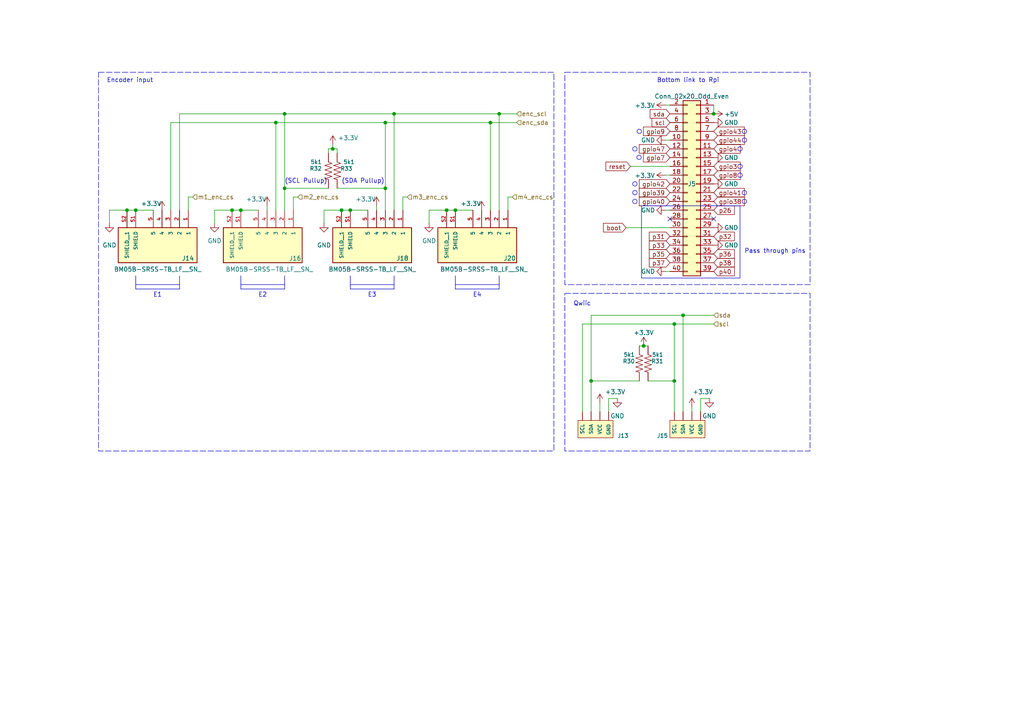
<source format=kicad_sch>
(kicad_sch (version 20231120) (generator "eeschema") (generator_version "8.0")
  (paper "A4")
  (lib_symbols
    (symbol "BM05B-SRSS-TB_LF__SN_:BM05B-SRSS-TB_LF__SN_" (pin_names (offset 1.016))
      (property "Reference" "J" (at -5.08 10.922 0))
      (property "Value" "BM05B-SRSS-TB_LF__SN_" (at -5.08 -15.24 0))
      (symbol "BM05B-SRSS-TB_LF__SN__0_0"
        (rectangle (start -5.08 -12.7) (end 5.08 10.16) (stroke (width 0.254)) (fill (type background)))
        (pin passive line (at -10.16 7.62 0) (length 5.08) (name "1") (number "1"))
        (pin passive line (at -10.16 5.08 0) (length 5.08) (name "2") (number "2"))
        (pin passive line (at -10.16 2.54 0) (length 5.08) (name "3") (number "3"))
        (pin passive line (at -10.16 0 0) (length 5.08) (name "4") (number "4"))
        (pin passive line (at -10.16 -2.54 0) (length 5.08) (name "5") (number "5"))
        (pin passive line (at -10.16 -7.62 0) (length 5.08) (name "SHIELD") (number "S1"))
        (pin passive line (at -10.16 -10.16 0) (length 5.08) (name "SHIELD__1") (number "S2"))
      )
    )
    (symbol "Connector_Generic:Conn_02x20_Odd_Even" (pin_names (offset 1.016) hide)
      (property "Reference" "J" (at 1.27 25.4 0))
      (property "Value" "Conn_02x20_Odd_Even" (at 1.27 -27.94 0))
      (symbol "Conn_02x20_Odd_Even_1_1"
        (rectangle (start -1.27 -25.273) (end 0 -25.527) (stroke (width 0.1524)))
        (rectangle (start -1.27 -22.733) (end 0 -22.987) (stroke (width 0.1524)))
        (rectangle (start -1.27 -20.193) (end 0 -20.447) (stroke (width 0.1524)))
        (rectangle (start -1.27 -17.653) (end 0 -17.907) (stroke (width 0.1524)))
        (rectangle (start -1.27 -15.113) (end 0 -15.367) (stroke (width 0.1524)))
        (rectangle (start -1.27 -12.573) (end 0 -12.827) (stroke (width 0.1524)))
        (rectangle (start -1.27 -10.033) (end 0 -10.287) (stroke (width 0.1524)))
        (rectangle (start -1.27 -7.493) (end 0 -7.747) (stroke (width 0.1524)))
        (rectangle (start -1.27 -4.953) (end 0 -5.207) (stroke (width 0.1524)))
        (rectangle (start -1.27 -2.413) (end 0 -2.667) (stroke (width 0.1524)))
        (rectangle (start -1.27 0.127) (end 0 -0.127) (stroke (width 0.1524)))
        (rectangle (start -1.27 2.667) (end 0 2.413) (stroke (width 0.1524)))
        (rectangle (start -1.27 5.207) (end 0 4.953) (stroke (width 0.1524)))
        (rectangle (start -1.27 7.747) (end 0 7.493) (stroke (width 0.1524)))
        (rectangle (start -1.27 10.287) (end 0 10.033) (stroke (width 0.1524)))
        (rectangle (start -1.27 12.827) (end 0 12.573) (stroke (width 0.1524)))
        (rectangle (start -1.27 15.367) (end 0 15.113) (stroke (width 0.1524)))
        (rectangle (start -1.27 17.907) (end 0 17.653) (stroke (width 0.1524)))
        (rectangle (start -1.27 20.447) (end 0 20.193) (stroke (width 0.1524)))
        (rectangle (start -1.27 22.987) (end 0 22.733) (stroke (width 0.1524)))
        (rectangle (start -1.27 24.13) (end 3.81 -26.67) (stroke (width 0.254)) (fill (type background)))
        (rectangle (start 3.81 -25.273) (end 2.54 -25.527) (stroke (width 0.1524)))
        (rectangle (start 3.81 -22.733) (end 2.54 -22.987) (stroke (width 0.1524)))
        (rectangle (start 3.81 -20.193) (end 2.54 -20.447) (stroke (width 0.1524)))
        (rectangle (start 3.81 -17.653) (end 2.54 -17.907) (stroke (width 0.1524)))
        (rectangle (start 3.81 -15.113) (end 2.54 -15.367) (stroke (width 0.1524)))
        (rectangle (start 3.81 -12.573) (end 2.54 -12.827) (stroke (width 0.1524)))
        (rectangle (start 3.81 -10.033) (end 2.54 -10.287) (stroke (width 0.1524)))
        (rectangle (start 3.81 -7.493) (end 2.54 -7.747) (stroke (width 0.1524)))
        (rectangle (start 3.81 -4.953) (end 2.54 -5.207) (stroke (width 0.1524)))
        (rectangle (start 3.81 -2.413) (end 2.54 -2.667) (stroke (width 0.1524)))
        (rectangle (start 3.81 0.127) (end 2.54 -0.127) (stroke (width 0.1524)))
        (rectangle (start 3.81 2.667) (end 2.54 2.413) (stroke (width 0.1524)))
        (rectangle (start 3.81 5.207) (end 2.54 4.953) (stroke (width 0.1524)))
        (rectangle (start 3.81 7.747) (end 2.54 7.493) (stroke (width 0.1524)))
        (rectangle (start 3.81 10.287) (end 2.54 10.033) (stroke (width 0.1524)))
        (rectangle (start 3.81 12.827) (end 2.54 12.573) (stroke (width 0.1524)))
        (rectangle (start 3.81 15.367) (end 2.54 15.113) (stroke (width 0.1524)))
        (rectangle (start 3.81 17.907) (end 2.54 17.653) (stroke (width 0.1524)))
        (rectangle (start 3.81 20.447) (end 2.54 20.193) (stroke (width 0.1524)))
        (rectangle (start 3.81 22.987) (end 2.54 22.733) (stroke (width 0.1524)))
        (pin passive line (at -5.08 22.86 0) (length 3.81) (name "Pin_1") (number "1"))
        (pin passive line (at 7.62 12.7 180) (length 3.81) (name "Pin_10") (number "10"))
        (pin passive line (at -5.08 10.16 0) (length 3.81) (name "Pin_11") (number "11"))
        (pin passive line (at 7.62 10.16 180) (length 3.81) (name "Pin_12") (number "12"))
        (pin passive line (at -5.08 7.62 0) (length 3.81) (name "Pin_13") (number "13"))
        (pin passive line (at 7.62 7.62 180) (length 3.81) (name "Pin_14") (number "14"))
        (pin passive line (at -5.08 5.08 0) (length 3.81) (name "Pin_15") (number "15"))
        (pin passive line (at 7.62 5.08 180) (length 3.81) (name "Pin_16") (number "16"))
        (pin passive line (at -5.08 2.54 0) (length 3.81) (name "Pin_17") (number "17"))
        (pin passive line (at 7.62 2.54 180) (length 3.81) (name "Pin_18") (number "18"))
        (pin passive line (at -5.08 0 0) (length 3.81) (name "Pin_19") (number "19"))
        (pin passive line (at 7.62 22.86 180) (length 3.81) (name "Pin_2") (number "2"))
        (pin passive line (at 7.62 0 180) (length 3.81) (name "Pin_20") (number "20"))
        (pin passive line (at -5.08 -2.54 0) (length 3.81) (name "Pin_21") (number "21"))
        (pin passive line (at 7.62 -2.54 180) (length 3.81) (name "Pin_22") (number "22"))
        (pin passive line (at -5.08 -5.08 0) (length 3.81) (name "Pin_23") (number "23"))
        (pin passive line (at 7.62 -5.08 180) (length 3.81) (name "Pin_24") (number "24"))
        (pin passive line (at -5.08 -7.62 0) (length 3.81) (name "Pin_25") (number "25"))
        (pin passive line (at 7.62 -7.62 180) (length 3.81) (name "Pin_26") (number "26"))
        (pin passive line (at -5.08 -10.16 0) (length 3.81) (name "Pin_27") (number "27"))
        (pin passive line (at 7.62 -10.16 180) (length 3.81) (name "Pin_28") (number "28"))
        (pin passive line (at -5.08 -12.7 0) (length 3.81) (name "Pin_29") (number "29"))
        (pin passive line (at -5.08 20.32 0) (length 3.81) (name "Pin_3") (number "3"))
        (pin passive line (at 7.62 -12.7 180) (length 3.81) (name "Pin_30") (number "30"))
        (pin passive line (at -5.08 -15.24 0) (length 3.81) (name "Pin_31") (number "31"))
        (pin passive line (at 7.62 -15.24 180) (length 3.81) (name "Pin_32") (number "32"))
        (pin passive line (at -5.08 -17.78 0) (length 3.81) (name "Pin_33") (number "33"))
        (pin passive line (at 7.62 -17.78 180) (length 3.81) (name "Pin_34") (number "34"))
        (pin passive line (at -5.08 -20.32 0) (length 3.81) (name "Pin_35") (number "35"))
        (pin passive line (at 7.62 -20.32 180) (length 3.81) (name "Pin_36") (number "36"))
        (pin passive line (at -5.08 -22.86 0) (length 3.81) (name "Pin_37") (number "37"))
        (pin passive line (at 7.62 -22.86 180) (length 3.81) (name "Pin_38") (number "38"))
        (pin passive line (at -5.08 -25.4 0) (length 3.81) (name "Pin_39") (number "39"))
        (pin passive line (at 7.62 20.32 180) (length 3.81) (name "Pin_4") (number "4"))
        (pin passive line (at 7.62 -25.4 180) (length 3.81) (name "Pin_40") (number "40"))
        (pin passive line (at -5.08 17.78 0) (length 3.81) (name "Pin_5") (number "5"))
        (pin passive line (at 7.62 17.78 180) (length 3.81) (name "Pin_6") (number "6"))
        (pin passive line (at -5.08 15.24 0) (length 3.81) (name "Pin_7") (number "7"))
        (pin passive line (at 7.62 15.24 180) (length 3.81) (name "Pin_8") (number "8"))
        (pin passive line (at -5.08 12.7 0) (length 3.81) (name "Pin_9") (number "9"))
      )
    )
    (symbol "power:+3.3V" (power) (pin_names (offset 0))
      (property "Value" "+3.3V" (at 0 3.556 0))
      (symbol "+3.3V_0_1"
        (polyline (pts (xy -0.762 1.27) (xy 0 2.54)))
        (polyline (pts (xy 0 0) (xy 0 2.54)))
        (polyline (pts (xy 0 2.54) (xy 0.762 1.27)))
      )
      (symbol "+3.3V_1_1"
        (pin power_in line (at 0 0 90) (length 0) hide (name "+3.3V") (number "1"))
      )
    )
    (symbol "power:+5V" (power) (pin_names (offset 0))
      (property "Value" "+5V" (at 0 3.556 0))
      (symbol "+5V_0_1"
        (polyline (pts (xy -0.762 1.27) (xy 0 2.54)))
        (polyline (pts (xy 0 0) (xy 0 2.54)))
        (polyline (pts (xy 0 2.54) (xy 0.762 1.27)))
      )
      (symbol "+5V_1_1"
        (pin power_in line (at 0 0 90) (length 0) hide (name "+5V") (number "1"))
      )
    )
    (symbol "power:GND" (power) (pin_names (offset 0))
      (property "Value" "GND" (at 0 -3.81 0))
      (symbol "GND_0_1"
        (polyline (pts (xy 0 0) (xy 0 -1.27) (xy 1.27 -1.27) (xy 0 -2.54) (xy -1.27 -1.27) (xy 0 -1.27)))
      )
      (symbol "GND_1_1"
        (pin power_in line (at 0 0 270) (length 0) hide (name "GND") (number "1"))
      )
    )
    (symbol "sparkfun_connectors:I2C_STANDARDQWIIC" (pin_numbers hide) (pin_names (offset 1.016))
      (property "Reference" "J" (at -5.08 10.16 0))
      (property "Value" "I2C_STANDARDQWIIC" (at -5.08 -3.81 0))
      (property "Field4" "CONN-13729" (at 0 13.97 0))
      (symbol "I2C_STANDARDQWIIC_1_0"
        (rectangle (start 0 -1.27) (end -5.08 8.89) (fill (type background)))
      )
      (symbol "I2C_STANDARDQWIIC_1_1"
        (pin power_in line (at 2.54 0 180) (length 2.54) (name "GND") (number "1"))
        (pin power_in line (at 2.54 2.54 180) (length 2.54) (name "VCC") (number "2"))
        (pin passive line (at 2.54 5.08 180) (length 2.54) (name "SDA") (number "3"))
        (pin passive line (at 2.54 7.62 180) (length 2.54) (name "SCL") (number "4"))
      )
    )
    (symbol "sparkfun_resistors:RESISTOR0603" (pin_numbers hide) (pin_names (offset 1.016) hide)
      (property "Reference" "R" (at -5.08 1.27 0))
      (property "Value" "RESISTOR0603" (at -5.08 -3.81 0))
      (property "Field4" " " (at 0 5.08 0))
      (symbol "RESISTOR0603_1_0"
        (polyline (pts (xy -2.54 0) (xy -2.159 1.016)))
        (polyline (pts (xy -2.159 1.016) (xy -1.524 -1.016)))
        (polyline (pts (xy -1.524 -1.016) (xy -0.889 1.016)))
        (polyline (pts (xy -0.889 1.016) (xy -0.254 -1.016)))
        (polyline (pts (xy -0.254 -1.016) (xy 0.381 1.016)))
        (polyline (pts (xy 0.381 1.016) (xy 1.016 -1.016)))
        (polyline (pts (xy 1.016 -1.016) (xy 1.651 1.016)))
        (polyline (pts (xy 1.651 1.016) (xy 2.286 -1.016)))
        (polyline (pts (xy 2.286 -1.016) (xy 2.54 0)))
      )
      (symbol "RESISTOR0603_1_1"
        (pin passive line (at -5.08 0 0) (length 2.54) (name "1") (number "1"))
        (pin passive line (at 5.08 0 180) (length 2.54) (name "2") (number "2"))
      )
    )
  )
  (junction (at 195.58 93.98))
  (junction (at 101.6 60.96))
  (junction (at 82.55 54.61))
  (junction (at 111.76 54.61))
  (junction (at 195.58 110.49))
  (junction (at 36.83 60.96))
  (junction (at 132.08 60.96))
  (junction (at 82.55 33.02))
  (junction (at 207.01 33.02))
  (junction (at 186.69 100.33))
  (junction (at 111.76 35.56))
  (junction (at 129.54 60.96))
  (junction (at 144.78 33.02))
  (junction (at 80.01 35.56))
  (junction (at 67.31 60.96))
  (junction (at 142.24 35.56))
  (junction (at 198.12 91.44))
  (junction (at 99.06 60.96))
  (junction (at 114.3 33.02))
  (junction (at 171.45 110.49))
  (junction (at 39.37 60.96))
  (junction (at 96.52 43.18))
  (junction (at 69.85 60.96))
  (no_connect (at 207.01 63.5))
  (no_connect (at 194.31 63.5))
  (wire (pts (xy 62.23 60.96) (xy 62.23 64.77)))
  (polyline (pts (xy 69.85 83.82) (xy 82.55 83.82)))
  (wire (pts (xy 114.3 33.02) (xy 114.3 60.96)))
  (wire (pts (xy 144.78 33.02) (xy 144.78 60.96)))
  (wire (pts (xy 149.86 35.56) (xy 142.24 35.56)))
  (wire (pts (xy 195.58 93.98) (xy 207.01 93.98)))
  (wire (pts (xy 80.01 35.56) (xy 80.01 60.96)))
  (polyline (pts (xy 101.6 80.01) (xy 101.6 83.82)))
  (wire (pts (xy 74.93 60.96) (xy 69.85 60.96)))
  (polyline (pts (xy 144.78 80.01) (xy 144.78 83.82)))
  (wire (pts (xy 85.09 57.15) (xy 85.09 60.96)))
  (wire (pts (xy 111.76 54.61) (xy 111.76 60.96)))
  (wire (pts (xy 193.04 40.64) (xy 194.31 40.64)))
  (wire (pts (xy 52.07 33.02) (xy 82.55 33.02)))
  (wire (pts (xy 97.79 43.18) (xy 97.79 44.45)))
  (wire (pts (xy 147.32 57.15) (xy 147.32 60.96)))
  (wire (pts (xy 86.36 57.15) (xy 85.09 57.15)))
  (polyline (pts (xy 101.6 82.55) (xy 114.3 82.55)))
  (wire (pts (xy 96.52 43.18) (xy 97.79 43.18)))
  (polyline (pts (xy 39.37 80.01) (xy 39.37 83.82)))
  (wire (pts (xy 198.12 91.44) (xy 207.01 91.44)))
  (wire (pts (xy 194.31 78.74) (xy 193.04 78.74)))
  (wire (pts (xy 49.53 35.56) (xy 80.01 35.56)))
  (polyline (pts (xy 132.08 82.55) (xy 144.78 82.55)))
  (wire (pts (xy 101.6 60.96) (xy 106.68 60.96)))
  (polyline (pts (xy 132.08 83.82) (xy 144.78 83.82)))
  (polyline (pts (xy 39.37 82.55) (xy 52.07 82.55)))
  (wire (pts (xy 55.88 57.15) (xy 54.61 57.15)))
  (polyline (pts (xy 101.6 83.82) (xy 114.3 83.82)))
  (wire (pts (xy 93.98 60.96) (xy 93.98 64.77)))
  (wire (pts (xy 111.76 35.56) (xy 142.24 35.56)))
  (wire (pts (xy 137.16 60.96) (xy 132.08 60.96)))
  (wire (pts (xy 36.83 60.96) (xy 39.37 60.96)))
  (wire (pts (xy 31.75 60.96) (xy 31.75 64.77)))
  (wire (pts (xy 168.91 93.98) (xy 168.91 119.38)))
  (wire (pts (xy 132.08 60.96) (xy 129.54 60.96)))
  (wire (pts (xy 82.55 33.02) (xy 114.3 33.02)))
  (wire (pts (xy 200.66 118.11) (xy 200.66 119.38)))
  (wire (pts (xy 93.98 60.96) (xy 99.06 60.96)))
  (wire (pts (xy 203.2 119.38) (xy 203.2 115.57)))
  (wire (pts (xy 168.91 93.98) (xy 195.58 93.98)))
  (wire (pts (xy 173.99 116.84) (xy 173.99 119.38)))
  (wire (pts (xy 179.07 115.57) (xy 176.53 115.57)))
  (wire (pts (xy 207.01 30.48) (xy 207.01 33.02)))
  (polyline (pts (xy 39.37 83.82) (xy 52.07 83.82)))
  (wire (pts (xy 69.85 60.96) (xy 67.31 60.96)))
  (wire (pts (xy 95.25 43.18) (xy 95.25 44.45)))
  (wire (pts (xy 49.53 35.56) (xy 49.53 60.96)))
  (wire (pts (xy 203.2 115.57) (xy 205.74 115.57)))
  (wire (pts (xy 52.07 33.02) (xy 52.07 60.96)))
  (polyline (pts (xy 52.07 80.01) (xy 52.07 83.82)))
  (wire (pts (xy 99.06 60.96) (xy 101.6 60.96)))
  (wire (pts (xy 54.61 57.15) (xy 54.61 60.96)))
  (wire (pts (xy 185.42 100.33) (xy 186.69 100.33)))
  (wire (pts (xy 148.59 57.15) (xy 147.32 57.15)))
  (wire (pts (xy 142.24 35.56) (xy 142.24 60.96)))
  (wire (pts (xy 129.54 60.96) (xy 124.46 60.96)))
  (wire (pts (xy 171.45 91.44) (xy 198.12 91.44)))
  (wire (pts (xy 144.78 33.02) (xy 114.3 33.02)))
  (wire (pts (xy 111.76 35.56) (xy 111.76 54.61)))
  (wire (pts (xy 39.37 60.96) (xy 44.45 60.96)))
  (wire (pts (xy 118.11 57.15) (xy 116.84 57.15)))
  (wire (pts (xy 80.01 35.56) (xy 111.76 35.56)))
  (wire (pts (xy 77.47 59.69) (xy 77.47 60.96)))
  (wire (pts (xy 194.31 60.96) (xy 193.04 60.96)))
  (wire (pts (xy 31.75 60.96) (xy 36.83 60.96)))
  (wire (pts (xy 95.25 43.18) (xy 96.52 43.18)))
  (wire (pts (xy 109.22 59.69) (xy 109.22 60.96)))
  (wire (pts (xy 82.55 54.61) (xy 82.55 60.96)))
  (polyline (pts (xy 69.85 82.55) (xy 82.55 82.55)))
  (wire (pts (xy 149.86 33.02) (xy 144.78 33.02)))
  (wire (pts (xy 186.69 100.33) (xy 187.96 100.33)))
  (wire (pts (xy 124.46 60.96) (xy 124.46 64.77)))
  (wire (pts (xy 193.04 30.48) (xy 194.31 30.48)))
  (wire (pts (xy 193.04 50.8) (xy 194.31 50.8)))
  (polyline (pts (xy 69.85 80.01) (xy 69.85 83.82)))
  (polyline (pts (xy 132.08 80.01) (xy 132.08 83.82)))
  (polyline (pts (xy 82.55 80.01) (xy 82.55 83.82)))
  (wire (pts (xy 171.45 110.49) (xy 171.45 91.44)))
  (wire (pts (xy 116.84 57.15) (xy 116.84 60.96)))
  (wire (pts (xy 176.53 115.57) (xy 176.53 119.38)))
  (wire (pts (xy 67.31 60.96) (xy 62.23 60.96)))
  (wire (pts (xy 182.88 48.26) (xy 194.31 48.26)))
  (wire (pts (xy 95.25 54.61) (xy 82.55 54.61)))
  (wire (pts (xy 97.79 54.61) (xy 111.76 54.61)))
  (wire (pts (xy 195.58 110.49) (xy 195.58 119.38)))
  (wire (pts (xy 82.55 33.02) (xy 82.55 54.61)))
  (wire (pts (xy 171.45 110.49) (xy 185.42 110.49)))
  (wire (pts (xy 96.52 43.18) (xy 96.52 41.91)))
  (wire (pts (xy 187.96 110.49) (xy 195.58 110.49)))
  (wire (pts (xy 181.61 66.04) (xy 194.31 66.04)))
  (wire (pts (xy 171.45 119.38) (xy 171.45 110.49)))
  (wire (pts (xy 198.12 91.44) (xy 198.12 119.38)))
  (wire (pts (xy 195.58 93.98) (xy 195.58 110.49)))
  (polyline (pts (xy 114.3 80.01) (xy 114.3 83.82)))
  (circle (center 215.9 55.88) (radius 0.635))
  (circle (center 214.63 48.26) (radius 0.635))
  (circle (center 184.15 53.34) (radius 0.635))
  (rectangle (start 28.575 20.955) (end 160.655 130.81) (stroke (width 0) (type dash)))
  (circle (center 215.9 38.1) (radius 0.635))
  (rectangle (start 163.83 20.955) (end 234.95 82.55) (stroke (width 0) (type dash)))
  (circle (center 214.63 43.18) (radius 0.635))
  (circle (center 185.3508 45.6345) (radius 0.635))
  (circle (center 215.9 58.42) (radius 0.635))
  (rectangle (start 163.83 85.09) (end 234.95 130.81) (stroke (width 0) (type dash)))
  (circle (center 185.42 38.1) (radius 0.635))
  (circle (center 184.15 58.42) (radius 0.635))
  (circle (center 215.9 40.64) (radius 0.635))
  (circle (center 184.15 55.88) (radius 0.635))
  (circle (center 214.63 50.8) (radius 0.635))
  (rectangle (start 186.055 59.69) (end 214.63 80.645))
  (circle (center 184.15 43.18) (radius 0.635))
  (text "Qwiic" (at 171.45 88.9 0) (effects (font (size 1.27 1.27)) (justify right bottom)))
  (text "E2" (at 77.47 86.36 0) (effects (font (size 1.27 1.27)) (justify right bottom)))
  (text "E3" (at 109.22 86.36 0) (effects (font (size 1.27 1.27)) (justify right bottom)))
  (text "Bottom link to Rpi" (at 190.5 24.13 0) (effects (font (size 1.27 1.27)) (justify left bottom)))
  (text "E4" (at 139.7 86.36 0) (effects (font (size 1.27 1.27)) (justify right bottom)))
  (text "Encoder input" (at 44.45 24.13 0) (effects (font (size 1.27 1.27)) (justify right bottom)))
  (text "(SCL Pullup)" (at 82.55 53.34 0) (effects (font (size 1.27 1.27)) (justify left bottom)))
  (text "Pass through pins" (at 215.9 73.66 0) (effects (font (size 1.27 1.27)) (justify left bottom)))
  (text "(SDA Pullup)" (at 99.06 53.34 0) (effects (font (size 1.27 1.27)) (justify left bottom)))
  (text "E1" (at 46.99 86.36 0) (effects (font (size 1.27 1.27)) (justify right bottom)))
  (global_label "p32" (shape input) (at 207.01 68.58 0) (property "Intersheetrefs" "${INTERSHEET_REFS}" (effects (hide yes))))
  (global_label "gpio7" (shape input) (at 194.31 45.72 180) (property "Intersheetrefs" "${INTERSHEET_REFS}" (effects (hide yes))))
  (global_label "sda" (shape input) (at 194.31 33.02 180) (property "Intersheetrefs" "${INTERSHEET_REFS}" (effects (hide yes))))
  (global_label "gpio42" (shape input) (at 194.31 53.34 180) (property "Intersheetrefs" "${INTERSHEET_REFS}" (effects (hide yes))))
  (global_label "gpio40" (shape input) (at 194.31 58.42 180) (property "Intersheetrefs" "${INTERSHEET_REFS}" (effects (hide yes))))
  (global_label "gpio41" (shape input) (at 207.01 55.88 0) (property "Intersheetrefs" "${INTERSHEET_REFS}" (effects (hide yes))))
  (global_label "p31" (shape input) (at 194.31 68.58 180) (property "Intersheetrefs" "${INTERSHEET_REFS}" (effects (hide yes))))
  (global_label "p40" (shape input) (at 207.01 78.74 0) (property "Intersheetrefs" "${INTERSHEET_REFS}" (effects (hide yes))))
  (global_label "gpio8" (shape input) (at 207.01 50.8 0) (property "Intersheetrefs" "${INTERSHEET_REFS}" (effects (hide yes))))
  (global_label "gpio44" (shape input) (at 207.01 40.64 0) (property "Intersheetrefs" "${INTERSHEET_REFS}" (effects (hide yes))))
  (global_label "gpio47" (shape input) (at 194.31 43.18 180) (property "Intersheetrefs" "${INTERSHEET_REFS}" (effects (hide yes))))
  (global_label "gpio38" (shape input) (at 207.01 58.42 0) (property "Intersheetrefs" "${INTERSHEET_REFS}" (effects (hide yes))))
  (global_label "p36" (shape input) (at 207.01 73.66 0) (property "Intersheetrefs" "${INTERSHEET_REFS}" (effects (hide yes))))
  (global_label "scl" (shape input) (at 194.31 35.56 180) (property "Intersheetrefs" "${INTERSHEET_REFS}" (effects (hide yes))))
  (global_label "p33" (shape input) (at 194.31 71.12 180) (property "Intersheetrefs" "${INTERSHEET_REFS}" (effects (hide yes))))
  (global_label "reset" (shape input) (at 182.88 48.26 180) (property "Intersheetrefs" "${INTERSHEET_REFS}" (effects (hide yes))))
  (global_label "gpio3" (shape input) (at 207.01 48.26 0) (property "Intersheetrefs" "${INTERSHEET_REFS}" (effects (hide yes))))
  (global_label "boot" (shape input) (at 181.61 66.04 180) (property "Intersheetrefs" "${INTERSHEET_REFS}" (effects (hide yes))))
  (global_label "p35" (shape input) (at 194.31 73.66 180) (property "Intersheetrefs" "${INTERSHEET_REFS}" (effects (hide yes))))
  (global_label "gpio4" (shape input) (at 207.01 43.18 0) (property "Intersheetrefs" "${INTERSHEET_REFS}" (effects (hide yes))))
  (global_label "p38" (shape input) (at 207.01 76.2 0) (property "Intersheetrefs" "${INTERSHEET_REFS}" (effects (hide yes))))
  (global_label "gpio43" (shape input) (at 207.01 38.1 0) (property "Intersheetrefs" "${INTERSHEET_REFS}" (effects (hide yes))))
  (global_label "p37" (shape input) (at 194.31 76.2 180) (property "Intersheetrefs" "${INTERSHEET_REFS}" (effects (hide yes))))
  (global_label "gpio39" (shape input) (at 194.31 55.88 180) (property "Intersheetrefs" "${INTERSHEET_REFS}" (effects (hide yes))))
  (global_label "gpio9" (shape input) (at 194.31 38.1 180) (property "Intersheetrefs" "${INTERSHEET_REFS}" (effects (hide yes))))
  (global_label "p26" (shape input) (at 207.01 60.96 0) (property "Intersheetrefs" "${INTERSHEET_REFS}" (effects (hide yes))))
  (hierarchical_label "scl" (shape input) (at 207.01 93.98 0))
  (hierarchical_label "m2_enc_cs" (shape input) (at 86.36 57.15 0))
  (hierarchical_label "m1_enc_cs" (shape input) (at 55.88 57.15 0))
  (hierarchical_label "enc_sda" (shape input) (at 149.86 35.56 0))
  (hierarchical_label "m4_enc_cs" (shape input) (at 148.59 57.15 0))
  (hierarchical_label "enc_scl" (shape input) (at 149.86 33.02 0))
  (hierarchical_label "sda" (shape input) (at 207.01 91.44 0))
  (hierarchical_label "m3_enc_cs" (shape input) (at 118.11 57.15 0))
  (symbol (lib_id "power:+3.3V") (at 173.99 116.84 0) (unit 1)
    (property "Reference" "#PWR078" (effects (hide yes)))
    (property "Value" "+3.3V" (at 178.435 113.665 0))
  )
  (symbol (lib_id "BM05B-SRSS-TB_LF__SN_:BM05B-SRSS-TB_LF__SN_") (at 109.22 71.12 270) (unit 1)
    (property "Reference" "J18" (at 114.935 74.93 90) (effects (justify left)))
    (property "Value" "BM05B-SRSS-TB_LF__SN_" (at 95.25 78.105 90) (effects (justify left)))
    (property "Footprint" "SnapEDA Library:JST_BM05B-SRSS-TB_LF__SN_" (effects (hide yes)))
    (property "Datasheet" "https://www.lcsc.com/product-detail/Wire-To-Board-Connector_JST-BM05B-SRSS-TBT-LF-SN_C265092.html" (effects (hide yes)))
    (property "PARTREV" "N/A" (effects (hide yes)))
    (property "SNAPEDA_PN" "BM05B-SRSS-TB(LF)(SN)" (effects (hide yes)))
    (property "STANDARD" "Manufacturer Recommendations" (effects (hide yes)))
    (property "MAXIMUM_PACKAGE_HEIGHT" "6.3 mm" (effects (hide yes)))
    (property "MANUFACTURER" "JST Sales America Inc." (effects (hide yes)))
    (property "LCSC_Part_Number" "C265092" (effects (hide yes)))
  )
  (symbol (lib_id "power:+3.3V") (at 186.69 100.33 0) (unit 1)
    (property "Reference" "#PWR081" (effects (hide yes)))
    (property "Value" "+3.3V" (at 186.69 96.52 0))
  )
  (symbol (lib_id "BM05B-SRSS-TB_LF__SN_:BM05B-SRSS-TB_LF__SN_") (at 77.47 71.12 270) (unit 1)
    (property "Reference" "J16" (at 83.82 74.93 90) (effects (justify left)))
    (property "Value" "BM05B-SRSS-TB_LF__SN_" (at 65.405 78.105 90) (effects (justify left)))
    (property "Footprint" "SnapEDA Library:JST_BM05B-SRSS-TB_LF__SN_" (effects (hide yes)))
    (property "Datasheet" "https://www.lcsc.com/product-detail/Wire-To-Board-Connector_JST-BM05B-SRSS-TBT-LF-SN_C265092.html" (effects (hide yes)))
    (property "PARTREV" "N/A" (effects (hide yes)))
    (property "SNAPEDA_PN" "BM05B-SRSS-TB(LF)(SN)" (effects (hide yes)))
    (property "STANDARD" "Manufacturer Recommendations" (effects (hide yes)))
    (property "MAXIMUM_PACKAGE_HEIGHT" "6.3 mm" (effects (hide yes)))
    (property "MANUFACTURER" "JST Sales America Inc." (effects (hide yes)))
    (property "LCSC_Part_Number" "C265092" (effects (hide yes)))
  )
  (symbol (lib_id "power:+3.3V") (at 193.04 30.48 90) (unit 1)
    (property "Reference" "#PWR0108" (effects (hide yes)))
    (property "Value" "+3.3V" (at 189.9839 30.608 90) (effects (justify left)))
  )
  (symbol (lib_id "power:GND") (at 207.01 35.56 90) (unit 1)
    (property "Reference" "#PWR0124" (effects (hide yes)))
    (property "Value" "GND" (at 212.09 35.56 90))
  )
  (symbol (lib_id "power:+3.3V") (at 109.22 59.69 0) (unit 1)
    (property "Reference" "#PWR091" (effects (hide yes)))
    (property "Value" "+3.3V" (at 106.045 57.785 0))
  )
  (symbol (lib_id "power:GND") (at 193.04 40.64 270) (unit 1)
    (property "Reference" "#PWR0111" (effects (hide yes)))
    (property "Value" "GND" (at 187.96 40.64 90))
  )
  (symbol (lib_id "BM05B-SRSS-TB_LF__SN_:BM05B-SRSS-TB_LF__SN_") (at 46.99 71.12 270) (unit 1)
    (property "Reference" "J14" (at 52.705 74.93 90) (effects (justify left)))
    (property "Value" "BM05B-SRSS-TB_LF__SN_" (at 33.02 78.105 90) (effects (justify left)))
    (property "Footprint" "SnapEDA Library:JST_BM05B-SRSS-TB_LF__SN_" (effects (hide yes)))
    (property "Datasheet" "https://www.lcsc.com/product-detail/Wire-To-Board-Connector_JST-BM05B-SRSS-TBT-LF-SN_C265092.html" (effects (hide yes)))
    (property "PARTREV" "N/A" (effects (hide yes)))
    (property "SNAPEDA_PN" "BM05B-SRSS-TB(LF)(SN)" (effects (hide yes)))
    (property "STANDARD" "Manufacturer Recommendations" (effects (hide yes)))
    (property "MAXIMUM_PACKAGE_HEIGHT" "6.3 mm" (effects (hide yes)))
    (property "MANUFACTURER" "JST Sales America Inc." (effects (hide yes)))
    (property "LCSC_Part_Number" "C265092" (effects (hide yes)))
  )
  (symbol (lib_id "sparkfun_resistors:RESISTOR0603") (at 95.25 49.53 270) (unit 1)
    (property "Reference" "R32" (at 93.345 48.895 90) (effects (font (size 1.143 1.143)) (justify right)))
    (property "Value" "5k1" (at 93.345 46.99 90) (effects (font (size 1.143 1.143)) (justify right)))
    (property "Footprint" "Resistor_SMD:R_0402_1005Metric" (effects (hide yes)))
    (property "Datasheet" "https://www.lcsc.com/product-detail/Chip-Resistor-Surface-Mount_Viking-Tech-CR-02FL6-5K1_C409700.html" (effects (hide yes)))
    (property "Field4" " " (at 95.885 50.165 90) (effects (font (size 1.524 1.524)) (justify right)))
    (property "LCSC_Part_Number" "C409700" (effects (hide yes)))
  )
  (symbol (lib_id "power:GND") (at 207.01 66.04 90) (unit 1)
    (property "Reference" "#PWR0127" (effects (hide yes)))
    (property "Value" "GND" (at 212.09 66.04 90))
  )
  (symbol (lib_id "power:GND") (at 93.98 64.77 0) (unit 1)
    (property "Reference" "#PWR088" (effects (hide yes)))
    (property "Value" "GND" (at 93.98 71.12 0))
  )
  (symbol (lib_id "power:GND") (at 193.04 78.74 270) (mirror x) (unit 1)
    (property "Reference" "#PWR0117" (effects (hide yes)))
    (property "Value" "GND" (at 187.96 78.74 90))
  )
  (symbol (lib_id "sparkfun_connectors:I2C_STANDARDQWIIC") (at 176.53 121.92 90) (unit 1)
    (property "Reference" "J13" (at 179.07 126.365 90) (effects (font (size 1.143 1.143)) (justify right)))
    (property "Value" "I2C_STANDARDQWIIC" (effects (hide yes)))
    (property "Footprint" "Connector_JST:JST_SH_BM04B-SRSS-TB_1x04-1MP_P1.00mm_Vertical" (effects (hide yes)))
    (property "Datasheet" "https://www.lcsc.com/product-detail/Wire-To-Board-Connector_JST-SM04B-SRSS-TB-LF-SN_C160404.html" (effects (hide yes)))
    (property "Field4" "CONN-13729" (effects (hide yes)))
    (property "LCSC_Part_Number" "C160404" (effects (hide yes)))
  )
  (symbol (lib_id "power:GND") (at 207.01 45.72 90) (unit 1)
    (property "Reference" "#PWR0125" (effects (hide yes)))
    (property "Value" "GND" (at 212.09 45.72 90))
  )
  (symbol (lib_id "power:GND") (at 31.75 64.77 0) (unit 1)
    (property "Reference" "#PWR077" (effects (hide yes)))
    (property "Value" "GND" (at 31.75 71.12 0))
  )
  (symbol (lib_id "sparkfun_resistors:RESISTOR0603") (at 187.96 105.41 270) (unit 1)
    (property "Reference" "R31" (at 192.405 104.775 90) (effects (font (size 1.143 1.143)) (justify right)))
    (property "Value" "5k1" (at 192.405 102.87 90) (effects (font (size 1.143 1.143)) (justify right)))
    (property "Footprint" "Resistor_SMD:R_0402_1005Metric" (effects (hide yes)))
    (property "Datasheet" "https://www.lcsc.com/product-detail/Chip-Resistor-Surface-Mount_Viking-Tech-CR-02FL6-5K1_C409700.html" (effects (hide yes)))
    (property "Field4" " " (at 185.42 102.235 90) (effects (font (size 1.524 1.524)) (justify right)))
    (property "LCSC_Part_Number" "C409700" (effects (hide yes)))
  )
  (symbol (lib_id "power:GND") (at 207.01 71.12 90) (unit 1)
    (property "Reference" "#PWR0128" (effects (hide yes)))
    (property "Value" "GND" (at 212.09 71.12 90))
  )
  (symbol (lib_id "power:+3.3V") (at 77.47 59.69 0) (unit 1)
    (property "Reference" "#PWR085" (effects (hide yes)))
    (property "Value" "+3.3V" (at 74.295 57.785 0))
  )
  (symbol (lib_id "power:GND") (at 179.07 115.57 0) (unit 1)
    (property "Reference" "#PWR079" (effects (hide yes)))
    (property "Value" "GND" (at 179.07 120.65 0))
  )
  (symbol (lib_id "sparkfun_connectors:I2C_STANDARDQWIIC") (at 203.2 121.92 90) (unit 1)
    (property "Reference" "J15" (at 190.5 126.365 90) (effects (font (size 1.143 1.143)) (justify right)))
    (property "Value" "I2C_STANDARDQWIIC" (effects (hide yes)))
    (property "Footprint" "Connector_JST:JST_SH_BM04B-SRSS-TB_1x04-1MP_P1.00mm_Vertical" (effects (hide yes)))
    (property "Datasheet" "https://www.lcsc.com/product-detail/Wire-To-Board-Connector_JST-SM04B-SRSS-TB-LF-SN_C160404.html" (effects (hide yes)))
    (property "Field4" "CONN-13729" (effects (hide yes)))
    (property "LCSC_Part_Number" "C160404" (effects (hide yes)))
  )
  (symbol (lib_id "power:+5V") (at 207.01 33.02 270) (unit 1)
    (property "Reference" "#PWR0123" (effects (hide yes)))
    (property "Value" "+5V" (at 210.0661 33.1373 90) (effects (justify left)))
  )
  (symbol (lib_id "power:+3.3V") (at 193.04 50.8 90) (unit 1)
    (property "Reference" "#PWR0113" (effects (hide yes)))
    (property "Value" "+3.3V" (at 189.9839 50.928 90) (effects (justify left)))
  )
  (symbol (lib_id "power:GND") (at 193.04 60.96 270) (mirror x) (unit 1)
    (property "Reference" "#PWR0114" (effects (hide yes)))
    (property "Value" "GND" (at 187.96 60.96 90))
  )
  (symbol (lib_id "power:GND") (at 205.74 115.57 0) (unit 1)
    (property "Reference" "#PWR084" (effects (hide yes)))
    (property "Value" "GND" (at 205.74 120.65 0))
  )
  (symbol (lib_id "sparkfun_resistors:RESISTOR0603") (at 185.42 105.41 270) (unit 1)
    (property "Reference" "R30" (at 184.15 104.775 90) (effects (font (size 1.143 1.143)) (justify right)))
    (property "Value" "5k1" (at 184.15 102.87 90) (effects (font (size 1.143 1.143)) (justify right)))
    (property "Footprint" "Resistor_SMD:R_0402_1005Metric" (effects (hide yes)))
    (property "Datasheet" "https://www.lcsc.com/product-detail/Chip-Resistor-Surface-Mount_Viking-Tech-CR-02FL6-5K1_C409700.html" (effects (hide yes)))
    (property "Field4" " " (at 182.88 102.235 90) (effects (font (size 1.524 1.524)) (justify right)))
    (property "LCSC_Part_Number" "C409700" (effects (hide yes)))
  )
  (symbol (lib_id "power:GND") (at 62.23 64.77 0) (unit 1)
    (property "Reference" "#PWR082" (effects (hide yes)))
    (property "Value" "GND" (at 62.23 69.85 0))
  )
  (symbol (lib_id "power:GND") (at 207.01 53.34 90) (unit 1)
    (property "Reference" "#PWR0126" (effects (hide yes)))
    (property "Value" "GND" (at 212.09 53.34 90))
  )
  (symbol (lib_id "power:+3.3V") (at 96.52 41.91 0) (unit 1)
    (property "Reference" "#PWR089" (effects (hide yes)))
    (property "Value" "+3.3V" (at 100.965 40.005 0))
  )
  (symbol (lib_id "power:+3.3V") (at 200.66 118.11 0) (unit 1)
    (property "Reference" "#PWR083" (effects (hide yes)))
    (property "Value" "+3.3V" (at 203.835 113.665 0))
  )
  (symbol (lib_id "power:+3.3V") (at 46.99 60.96 0) (unit 1)
    (property "Reference" "#PWR080" (effects (hide yes)))
    (property "Value" "+3.3V" (at 43.815 59.055 0))
  )
  (symbol (lib_id "BM05B-SRSS-TB_LF__SN_:BM05B-SRSS-TB_LF__SN_") (at 139.7 71.12 270) (unit 1)
    (property "Reference" "J20" (at 146.05 74.93 90) (effects (justify left)))
    (property "Value" "BM05B-SRSS-TB_LF__SN_" (at 127.635 78.105 90) (effects (justify left)))
    (property "Footprint" "SnapEDA Library:JST_BM05B-SRSS-TB_LF__SN_" (effects (hide yes)))
    (property "Datasheet" "https://www.lcsc.com/product-detail/Wire-To-Board-Connector_JST-BM05B-SRSS-TBT-LF-SN_C265092.html" (effects (hide yes)))
    (property "PARTREV" "N/A" (effects (hide yes)))
    (property "SNAPEDA_PN" "BM05B-SRSS-TB(LF)(SN)" (effects (hide yes)))
    (property "STANDARD" "Manufacturer Recommendations" (effects (hide yes)))
    (property "MAXIMUM_PACKAGE_HEIGHT" "6.3 mm" (effects (hide yes)))
    (property "MANUFACTURER" "JST Sales America Inc." (effects (hide yes)))
    (property "LCSC_Part_Number" "C265092" (effects (hide yes)))
  )
  (symbol (lib_id "power:+3.3V") (at 139.7 60.96 0) (unit 1)
    (property "Reference" "#PWR095" (effects (hide yes)))
    (property "Value" "+3.3V" (at 136.525 59.055 0))
  )
  (symbol (lib_id "Connector_Generic:Conn_02x20_Odd_Even") (at 201.93 53.34 0) (mirror y) (unit 1)
    (property "Reference" "J5" (at 200.66 53.34 0))
    (property "Value" "Conn_02x20_Odd_Even" (at 200.66 27.94 0))
    (property "Footprint" "Connector_PinSocket_2.54mm:PinSocket_2x20_P2.54mm_Vertical_SMD" (effects (hide yes)))
    (property "Datasheet" "https://www.lcsc.com/product-detail/Female-Headers_HCTL-PM254-2-20-S-8-5_C3975165.html" (effects (hide yes)))
    (property "LCSC_Part_Number" "C3975165" (effects (hide yes)))
  )
  (symbol (lib_id "power:GND") (at 124.46 64.77 0) (unit 1)
    (property "Reference" "#PWR094" (effects (hide yes)))
    (property "Value" "GND" (at 124.46 69.85 0))
  )
  (symbol (lib_id "sparkfun_resistors:RESISTOR0603") (at 97.79 49.53 270) (unit 1)
    (property "Reference" "R33" (at 102.235 48.895 90) (effects (font (size 1.143 1.143)) (justify right)))
    (property "Value" "5k1" (at 102.87 46.99 90) (effects (font (size 1.143 1.143)) (justify right)))
    (property "Footprint" "Resistor_SMD:R_0402_1005Metric" (effects (hide yes)))
    (property "Datasheet" "https://www.lcsc.com/product-detail/Chip-Resistor-Surface-Mount_Viking-Tech-CR-02FL6-5K1_C409700.html" (effects (hide yes)))
    (property "Field4" " " (at 95.25 46.355 90) (effects (font (size 1.524 1.524)) (justify right)))
    (property "LCSC_Part_Number" "C409700" (effects (hide yes)))
  )
)
</source>
